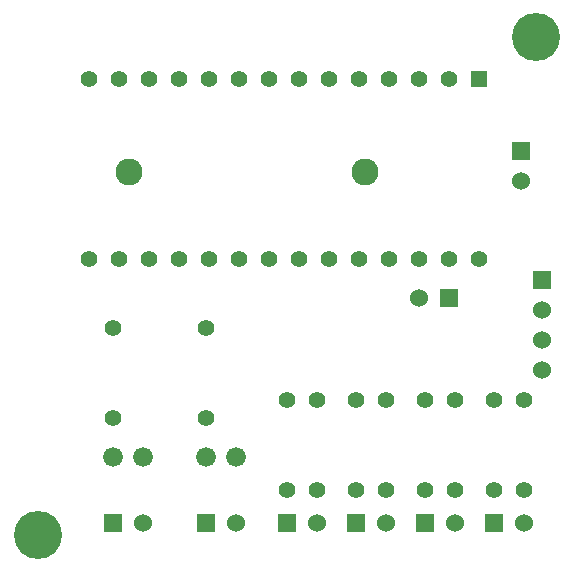
<source format=gbs>
G04 (created by PCBNEW (22-Jun-2014 BZR 4027)-stable) date fr. 16. jan. 2015 kl. 19.54 +0100*
%MOIN*%
G04 Gerber Fmt 3.4, Leading zero omitted, Abs format*
%FSLAX34Y34*%
G01*
G70*
G90*
G04 APERTURE LIST*
%ADD10C,0.00590551*%
%ADD11C,0.09*%
%ADD12R,0.055X0.055*%
%ADD13C,0.055*%
%ADD14R,0.06X0.06*%
%ADD15C,0.06*%
%ADD16C,0.16*%
%ADD17C,0.066*%
G04 APERTURE END LIST*
G54D10*
G54D11*
X42944Y-37300D03*
X50818Y-37300D03*
G54D12*
X54600Y-34200D03*
G54D13*
X53600Y-34200D03*
X52600Y-34200D03*
X51600Y-34200D03*
X50600Y-34200D03*
X49600Y-34200D03*
X48600Y-34200D03*
X47600Y-34200D03*
X46600Y-34200D03*
X45600Y-34200D03*
X44600Y-34200D03*
X43600Y-34200D03*
X42600Y-34200D03*
X41600Y-34200D03*
X41600Y-40200D03*
X42600Y-40200D03*
X43600Y-40200D03*
X44600Y-40200D03*
X45600Y-40200D03*
X46600Y-40200D03*
X47600Y-40200D03*
X48600Y-40200D03*
X49600Y-40200D03*
X50600Y-40200D03*
X51600Y-40200D03*
X52600Y-40200D03*
X53600Y-40200D03*
X54600Y-40200D03*
X49200Y-44900D03*
X49200Y-47900D03*
X48200Y-44900D03*
X48200Y-47900D03*
G54D14*
X48200Y-49000D03*
G54D15*
X49200Y-49000D03*
G54D13*
X51500Y-44900D03*
X51500Y-47900D03*
X50500Y-44900D03*
X50500Y-47900D03*
G54D14*
X56000Y-36600D03*
G54D15*
X56000Y-37600D03*
G54D14*
X50500Y-49000D03*
G54D15*
X51500Y-49000D03*
G54D16*
X39900Y-49400D03*
G54D13*
X55100Y-44900D03*
X55100Y-47900D03*
X42400Y-42500D03*
X42400Y-45500D03*
X53800Y-44900D03*
X53800Y-47900D03*
X52800Y-44900D03*
X52800Y-47900D03*
G54D14*
X55100Y-49000D03*
G54D15*
X56100Y-49000D03*
G54D14*
X52800Y-49000D03*
G54D15*
X53800Y-49000D03*
G54D13*
X45500Y-42500D03*
X45500Y-45500D03*
X56100Y-44900D03*
X56100Y-47900D03*
G54D17*
X43400Y-46800D03*
X42400Y-46800D03*
X46500Y-46800D03*
X45500Y-46800D03*
G54D14*
X42400Y-49000D03*
G54D15*
X43400Y-49000D03*
G54D14*
X45500Y-49000D03*
G54D15*
X46500Y-49000D03*
G54D16*
X56500Y-32800D03*
G54D14*
X56700Y-40900D03*
G54D15*
X56700Y-41900D03*
X56700Y-42900D03*
X56700Y-43900D03*
G54D14*
X53600Y-41500D03*
G54D15*
X52600Y-41500D03*
M02*

</source>
